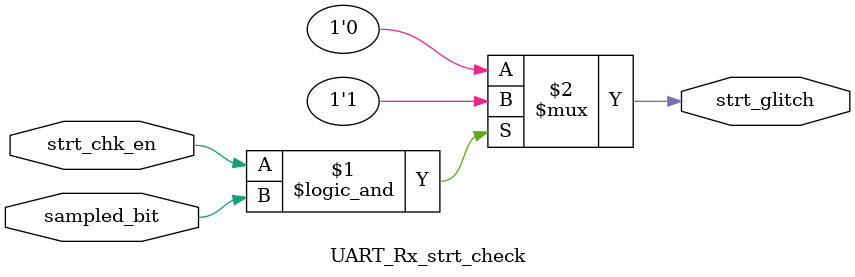
<source format=v>
module UART_Rx_strt_check
(
	input   wire   strt_chk_en  ,
	input   wire   sampled_bit  ,

	output  wire   strt_glitch
);


assign strt_glitch = (strt_chk_en && sampled_bit)? 1'd1 : 1'd0 ;    //START bit must be 0 for no glitching
endmodule
</source>
